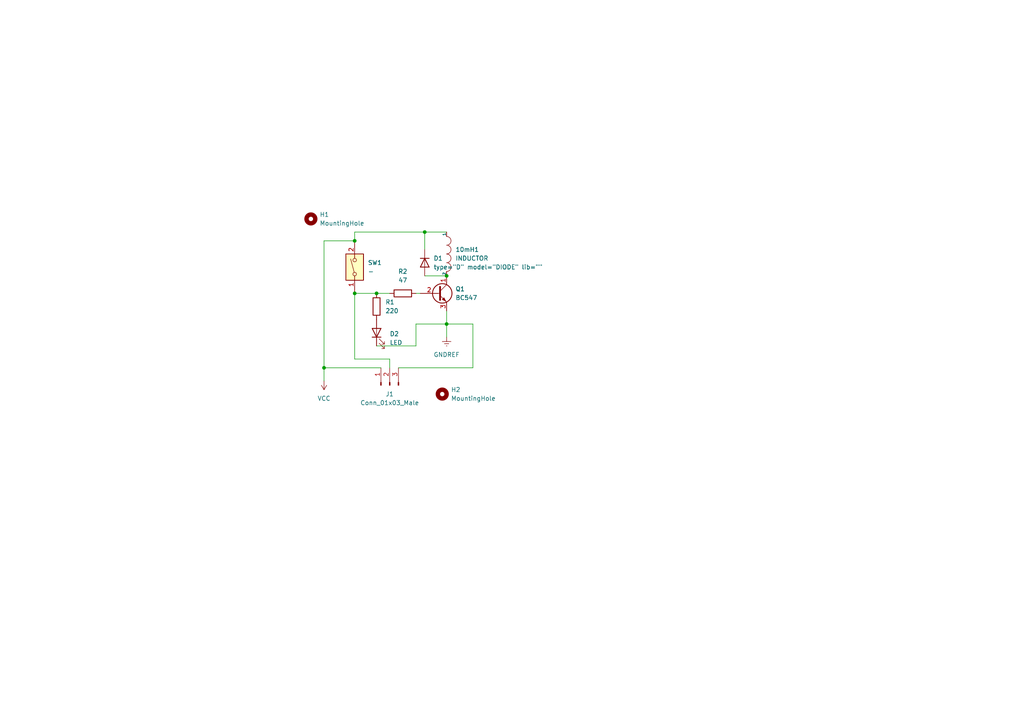
<source format=kicad_sch>
(kicad_sch (version 20211123) (generator eeschema)
  (paper "A4")
  (lib_symbols
    (symbol "Connector:Conn_01x03_Male" (pin_names (offset 1.016) hide)
      (property "Reference" "J" (at 0 5.08 0))
      (property "Value" "Conn_01x03_Male" (at 0 -5.08 0))
      (symbol "Conn_01x03_Male_1_1"
        (polyline (pts (xy 1.27 -2.54) (xy 0.8636 -2.54)) (stroke (width 0.1524)))
        (polyline (pts (xy 1.27 0) (xy 0.8636 0)) (stroke (width 0.1524)))
        (polyline (pts (xy 1.27 2.54) (xy 0.8636 2.54)) (stroke (width 0.1524)))
        (rectangle (start 0.8636 -2.413) (end 0 -2.667) (stroke (width 0.1524)) (fill (type outline)))
        (rectangle (start 0.8636 0.127) (end 0 -0.127) (stroke (width 0.1524)) (fill (type outline)))
        (rectangle (start 0.8636 2.667) (end 0 2.413) (stroke (width 0.1524)) (fill (type outline)))
        (pin passive line (at 5.08 2.54 180) (length 3.81) (name "Pin_1") (number "1"))
        (pin passive line (at 5.08 0 180) (length 3.81) (name "Pin_2") (number "2"))
        (pin passive line (at 5.08 -2.54 180) (length 3.81) (name "Pin_3") (number "3"))
      )
    )
    (symbol "Device:LED" (pin_numbers hide) (pin_names (offset 1.016) hide)
      (property "Reference" "D" (at 0 2.54 0))
      (property "Value" "LED" (at 0 -2.54 0))
      (symbol "LED_0_1"
        (polyline (pts (xy -1.27 -1.27) (xy -1.27 1.27)) (stroke (width 0.254)))
        (polyline (pts (xy -1.27 0) (xy 1.27 0)))
        (polyline (pts (xy 1.27 -1.27) (xy 1.27 1.27) (xy -1.27 0) (xy 1.27 -1.27)) (stroke (width 0.254)))
        (polyline (pts (xy -3.048 -0.762) (xy -4.572 -2.286) (xy -3.81 -2.286) (xy -4.572 -2.286) (xy -4.572 -1.524)))
        (polyline (pts (xy -1.778 -0.762) (xy -3.302 -2.286) (xy -2.54 -2.286) (xy -3.302 -2.286) (xy -3.302 -1.524)))
      )
      (symbol "LED_1_1"
        (pin passive line (at -3.81 0 0) (length 2.54) (name "K") (number "1"))
        (pin passive line (at 3.81 0 180) (length 2.54) (name "A") (number "2"))
      )
    )
    (symbol "Device:R" (pin_numbers hide) (pin_names (offset 0))
      (property "Reference" "R" (at 2.032 0 90))
      (property "Value" "R" (at 0 0 90))
      (symbol "R_0_1"
        (rectangle (start -1.016 -2.54) (end 1.016 2.54) (stroke (width 0.254)))
      )
      (symbol "R_1_1"
        (pin passive line (at 0 3.81 270) (length 1.27) (name "~") (number "1"))
        (pin passive line (at 0 -3.81 90) (length 1.27) (name "~") (number "2"))
      )
    )
    (symbol "Mechanical:MountingHole" (pin_names (offset 1.016))
      (property "Reference" "H" (at 0 5.08 0))
      (property "Value" "MountingHole" (at 0 3.175 0))
      (symbol "MountingHole_0_1"
        (circle (center 0 0) (radius 1.27) (stroke (width 1.27)))
      )
    )
    (symbol "Simulation_SPICE:DIODE" (pin_numbers hide) (pin_names (offset 1.016) hide)
      (property "Reference" "D" (at 0 2.54 0))
      (property "Value" "DIODE" (at 0 -2.54 0))
      (symbol "DIODE_0_1"
        (polyline (pts (xy 1.27 0) (xy -1.27 0)))
        (polyline (pts (xy 1.27 1.27) (xy 1.27 -1.27)) (stroke (width 0.254)))
        (polyline (pts (xy -1.27 -1.27) (xy -1.27 1.27) (xy 1.27 0) (xy -1.27 -1.27)) (stroke (width 0.254)))
      )
      (symbol "DIODE_1_1"
        (pin passive line (at -3.81 0 0) (length 2.54) (name "A") (number "1"))
        (pin passive line (at 3.81 0 180) (length 2.54) (name "K") (number "2"))
      )
    )
    (symbol "Switch:SW_DIP_x01" (pin_names (offset 0) hide)
      (property "Reference" "SW" (at 0 3.81 0))
      (property "Value" "SW_DIP_x01" (at 0 -3.81 0))
      (symbol "SW_DIP_x01_0_0"
        (circle (center -2.032 0) (radius 0.508))
        (polyline (pts (xy -1.524 0.127) (xy 2.3622 1.1684)))
        (circle (center 2.032 0) (radius 0.508))
      )
      (symbol "SW_DIP_x01_0_1"
        (rectangle (start -3.81 2.54) (end 3.81 -2.54) (stroke (width 0.254)) (fill (type background)))
      )
      (symbol "SW_DIP_x01_1_1"
        (pin passive line (at -7.62 0 0) (length 5.08) (name "~") (number "1"))
        (pin passive line (at 7.62 0 180) (length 5.08) (name "~") (number "2"))
      )
    )
    (symbol "Transistor_BJT:BC547" (pin_names (offset 0) hide)
      (property "Reference" "Q" (at 5.08 1.905 0))
      (property "Value" "BC547" (at 5.08 0 0))
      (symbol "BC547_0_1"
        (polyline (pts (xy 0 0) (xy 0.635 0)))
        (polyline (pts (xy 0.635 0.635) (xy 2.54 2.54)))
        (polyline (pts (xy 0.635 -0.635) (xy 2.54 -2.54) (xy 2.54 -2.54)))
        (polyline (pts (xy 0.635 1.905) (xy 0.635 -1.905) (xy 0.635 -1.905)) (stroke (width 0.508)))
        (polyline (pts (xy 1.27 -1.778) (xy 1.778 -1.27) (xy 2.286 -2.286) (xy 1.27 -1.778) (xy 1.27 -1.778)) (fill (type outline)))
        (circle (center 1.27 0) (radius 2.8194) (stroke (width 0.254)))
      )
      (symbol "BC547_1_1"
        (pin passive line (at 2.54 5.08 270) (length 2.54) (name "C") (number "1"))
        (pin input line (at -5.08 0 0) (length 5.08) (name "B") (number "2"))
        (pin passive line (at 2.54 -5.08 90) (length 2.54) (name "E") (number "3"))
      )
    )
    (symbol "power:GNDREF" (power) (pin_names (offset 0))
      (property "Value" "GNDREF" (at 0 -3.81 0))
      (symbol "GNDREF_0_1"
        (polyline (pts (xy -0.635 -1.905) (xy 0.635 -1.905)))
        (polyline (pts (xy -0.127 -2.54) (xy 0.127 -2.54)))
        (polyline (pts (xy 0 -1.27) (xy 0 0)))
        (polyline (pts (xy 1.27 -1.27) (xy -1.27 -1.27)))
      )
      (symbol "GNDREF_1_1"
        (pin power_in line (at 0 0 270) (length 0) hide (name "GNDREF") (number "1"))
      )
    )
    (symbol "power:VCC" (power) (pin_names (offset 0))
      (property "Value" "VCC" (at 0 3.81 0))
      (symbol "VCC_0_1"
        (polyline (pts (xy -0.762 1.27) (xy 0 2.54)))
        (polyline (pts (xy 0 0) (xy 0 2.54)))
        (polyline (pts (xy 0 2.54) (xy 0.762 1.27)))
      )
      (symbol "VCC_1_1"
        (pin power_in line (at 0 0 90) (length 0) hide (name "VCC") (number "1"))
      )
    )
    (symbol "pspice:INDUCTOR" (pin_numbers hide) (pin_names (offset 0))
      (property "Reference" "L" (at 0 2.54 0))
      (property "Value" "INDUCTOR" (at 0 -1.27 0))
      (symbol "INDUCTOR_0_1"
        (arc (start -2.54 0) (mid -3.81 1.27) (end -5.08 0))
        (arc (start 0 0) (mid -1.27 1.27) (end -2.54 0))
        (arc (start 2.54 0) (mid 1.27 1.27) (end 0 0))
        (arc (start 5.08 0) (mid 3.81 1.27) (end 2.54 0))
      )
      (symbol "INDUCTOR_1_1"
        (pin input line (at -6.35 0 0) (length 1.27) (name "1") (number "1"))
        (pin input line (at 6.35 0 180) (length 1.27) (name "2") (number "2"))
      )
    )
  )
  (junction (at 109.22 85.09))
  (junction (at 129.54 80.01))
  (junction (at 102.87 69.85))
  (junction (at 123.19 67.31))
  (junction (at 102.87 85.09))
  (junction (at 129.54 93.98))
  (junction (at 93.98 106.68))
  (wire (pts (xy 120.65 100.33) (xy 120.65 93.98)))
  (wire (pts (xy 102.87 85.09) (xy 102.87 104.14)))
  (wire (pts (xy 102.87 67.31) (xy 102.87 69.85)))
  (wire (pts (xy 102.87 85.09) (xy 109.22 85.09)))
  (wire (pts (xy 129.54 93.98) (xy 129.54 97.79)))
  (wire (pts (xy 93.98 69.85) (xy 102.87 69.85)))
  (wire (pts (xy 115.57 106.68) (xy 137.16 106.68)))
  (wire (pts (xy 123.19 72.39) (xy 123.19 67.31)))
  (wire (pts (xy 123.19 80.01) (xy 129.54 80.01)))
  (wire (pts (xy 93.98 106.68) (xy 110.49 106.68)))
  (wire (pts (xy 137.16 93.98) (xy 129.54 93.98)))
  (wire (pts (xy 113.03 106.68) (xy 113.03 104.14)))
  (wire (pts (xy 129.54 90.17) (xy 129.54 93.98)))
  (wire (pts (xy 93.98 106.68) (xy 93.98 110.49)))
  (wire (pts (xy 109.22 85.09) (xy 113.03 85.09)))
  (wire (pts (xy 120.65 93.98) (xy 129.54 93.98)))
  (wire (pts (xy 123.19 67.31) (xy 129.54 67.31)))
  (wire (pts (xy 93.98 69.85) (xy 93.98 106.68)))
  (wire (pts (xy 123.19 67.31) (xy 102.87 67.31)))
  (wire (pts (xy 109.22 100.33) (xy 120.65 100.33)))
  (wire (pts (xy 137.16 106.68) (xy 137.16 93.98)))
  (wire (pts (xy 120.65 85.09) (xy 121.92 85.09)))
  (wire (pts (xy 113.03 104.14) (xy 102.87 104.14)))
  (symbol (lib_id "Simulation_SPICE:DIODE") (at 123.19 76.2 90) (unit 1)
    (property "Reference" "D1" (at 125.73 74.9299 90) (effects (justify right)))
    (property "Value" "DIODE" (at 125.73 77.4699 90) (effects (justify right)))
    (property "Footprint" "Diode_THT:D_T-1_P10.16mm_Horizontal" (effects hide))
    (property "Spice_Netlist_Enabled" "Y" (effects hide))
    (property "Spice_Primitive" "D" (effects hide))
  )
  (symbol (lib_id "Device:R") (at 116.84 85.09 90) (unit 1)
    (property "Reference" "R2" (at 116.84 78.74 90))
    (property "Value" "47" (at 116.84 81.28 90))
    (property "Footprint" "Resistor_THT:R_Axial_DIN0207_L6.3mm_D2.5mm_P7.62mm_Horizontal" (effects hide))
  )
  (symbol (lib_id "Device:R") (at 109.22 88.9 0) (unit 1)
    (property "Reference" "R1" (at 111.76 87.6299 0) (effects (justify left)))
    (property "Value" "220" (at 111.76 90.1699 0) (effects (justify left)))
    (property "Footprint" "Resistor_THT:R_Axial_DIN0207_L6.3mm_D2.5mm_P7.62mm_Horizontal" (effects hide))
  )
  (symbol (lib_id "power:VCC") (at 93.98 110.49 180) (unit 1)
    (property "Reference" "#PWR0102" (effects hide))
    (property "Value" "VCC" (at 93.98 115.57 0))
  )
  (symbol (lib_id "Switch:SW_DIP_x01") (at 102.87 77.47 90) (unit 1)
    (property "Reference" "SW1" (at 106.68 76.1999 90) (effects (justify right)))
    (property "Value" "-" (at 106.68 78.7399 90) (effects (justify right)))
    (property "Footprint" "Connector_PinSocket_2.54mm:PinSocket_1x02_P2.54mm_Vertical" (effects hide))
  )
  (symbol (lib_id "power:GNDREF") (at 129.54 97.79 0) (unit 1)
    (property "Reference" "#PWR0101" (effects hide))
    (property "Value" "GNDREF" (at 129.54 102.87 0))
  )
  (symbol (lib_id "Device:LED") (at 109.22 96.52 90) (unit 1)
    (property "Reference" "D2" (at 113.03 96.8374 90) (effects (justify right)))
    (property "Value" "LED" (at 113.03 99.3774 90) (effects (justify right)))
    (property "Footprint" "LED_THT:LED_D5.0mm" (effects hide))
  )
  (symbol (lib_id "Mechanical:MountingHole") (at 128.27 114.3 0) (unit 1)
    (property "Reference" "H2" (at 130.81 113.0299 0) (effects (justify left)))
    (property "Value" "MountingHole" (at 130.81 115.5699 0) (effects (justify left)))
    (property "Footprint" "MountingHole:MountingHole_2.5mm" (effects hide))
  )
  (symbol (lib_id "Mechanical:MountingHole") (at 90.17 63.5 0) (unit 1)
    (property "Reference" "H1" (at 92.71 62.2299 0) (effects (justify left)))
    (property "Value" "MountingHole" (at 92.71 64.7699 0) (effects (justify left)))
    (property "Footprint" "MountingHole:MountingHole_2.5mm" (effects hide))
  )
  (symbol (lib_id "Connector:Conn_01x03_Male") (at 113.03 111.76 90) (unit 1)
    (property "Reference" "J1" (at 113.03 114.3 90))
    (property "Value" "Conn_01x03_Male" (at 113.03 116.84 90))
    (property "Footprint" "Connector_PinSocket_2.54mm:PinSocket_1x03_P2.54mm_Vertical" (effects hide))
  )
  (symbol (lib_id "pspice:INDUCTOR") (at 129.54 73.66 270) (unit 1)
    (property "Reference" "10mH1" (at 132.08 72.3899 90) (effects (justify left)))
    (property "Value" "INDUCTOR" (at 132.08 74.9299 90) (effects (justify left)))
    (property "Footprint" "Connector_PinSocket_2.54mm:PinSocket_1x02_P2.54mm_Vertical" (effects hide))
  )
  (symbol (lib_id "Transistor_BJT:BC547") (at 127 85.09 0) (unit 1)
    (property "Reference" "Q1" (at 132.08 83.8199 0) (effects (justify left)))
    (property "Value" "BC547" (at 132.08 86.3599 0) (effects (justify left)))
    (property "Footprint" "Package_TO_SOT_THT:TO-92_HandSolder" (effects hide))
    (property "Datasheet" "https://www.onsemi.com/pub/Collateral/BC550-D.pdf" (effects hide))
  )
)
</source>
